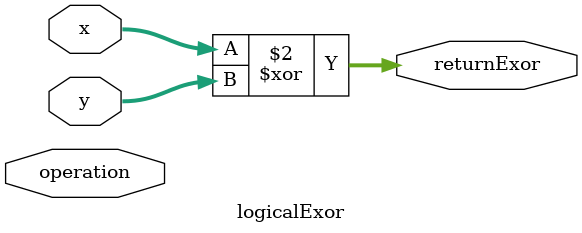
<source format=v>
/*
Gabriel Altman
ECEN 2350 Digital Logic
March, 2018
*/

module logicalExor (x, y, operation, returnExor);
	input [3:0]x;
	input [3:0]y;
	input [1:0]operation;
	
	output reg[3:0]returnExor;
	
	wire [3:0]exorResult;
	
	always @(*)
		begin
		returnExor = x^y;
		end
		
endmodule
	
</source>
